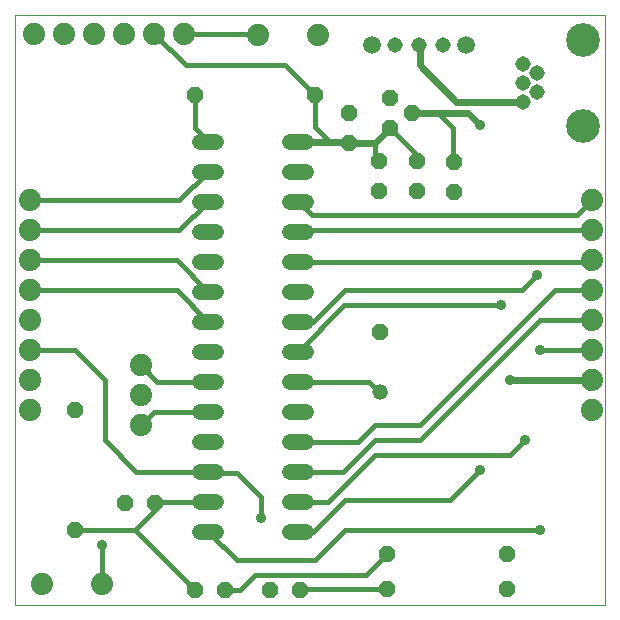
<source format=gtl>
G75*
%MOIN*%
%OFA0B0*%
%FSLAX25Y25*%
%IPPOS*%
%LPD*%
%AMOC8*
5,1,8,0,0,1.08239X$1,22.5*
%
%ADD10C,0.00000*%
%ADD11C,0.07400*%
%ADD12OC8,0.05200*%
%ADD13C,0.05150*%
%ADD14C,0.05937*%
%ADD15C,0.05200*%
%ADD16C,0.11220*%
%ADD17C,0.05200*%
%ADD18C,0.01600*%
%ADD19C,0.02400*%
%ADD20C,0.03562*%
D10*
X0011800Y0021800D02*
X0011800Y0218650D01*
X0208650Y0218650D01*
X0208650Y0021800D01*
X0011800Y0021800D01*
D11*
X0020800Y0028800D03*
X0040800Y0028800D03*
X0053800Y0081800D03*
X0053800Y0091800D03*
X0053800Y0101800D03*
X0016800Y0096800D03*
X0016800Y0086800D03*
X0016800Y0106800D03*
X0016800Y0116800D03*
X0016800Y0126800D03*
X0016800Y0136800D03*
X0016800Y0146800D03*
X0016800Y0156800D03*
X0018300Y0212300D03*
X0028300Y0212300D03*
X0038300Y0212300D03*
X0048300Y0212300D03*
X0058300Y0212300D03*
X0068300Y0212300D03*
X0092800Y0211800D03*
X0112800Y0211800D03*
X0204300Y0156800D03*
X0204300Y0146800D03*
X0204300Y0136800D03*
X0204300Y0126800D03*
X0204300Y0116800D03*
X0204300Y0106800D03*
X0204300Y0096800D03*
X0204300Y0086800D03*
D12*
X0175800Y0038800D03*
X0175800Y0027300D03*
X0135800Y0027300D03*
X0135800Y0038800D03*
X0106800Y0026800D03*
X0096800Y0026800D03*
X0081800Y0026800D03*
X0071800Y0026800D03*
X0058650Y0056036D03*
X0048650Y0056036D03*
X0031800Y0046800D03*
X0031800Y0086800D03*
X0123095Y0175950D03*
X0123095Y0185950D03*
X0111800Y0191800D03*
X0133233Y0169950D03*
X0133233Y0159950D03*
X0145800Y0159800D03*
X0145800Y0169800D03*
X0158052Y0169650D03*
X0158052Y0159650D03*
X0136800Y0180800D03*
X0144300Y0185800D03*
X0136800Y0190800D03*
X0071800Y0191800D03*
X0133414Y0112824D03*
D13*
X0181146Y0189595D03*
X0185871Y0192745D03*
X0181146Y0195894D03*
X0185871Y0199044D03*
X0181146Y0202194D03*
X0154398Y0208670D03*
X0146524Y0208670D03*
X0138650Y0208670D03*
D14*
X0130776Y0208670D03*
X0162272Y0208670D03*
D15*
X0108829Y0176367D02*
X0103629Y0176367D01*
X0103629Y0166367D02*
X0108829Y0166367D01*
X0108829Y0156367D02*
X0103629Y0156367D01*
X0103629Y0146367D02*
X0108829Y0146367D01*
X0108829Y0136367D02*
X0103629Y0136367D01*
X0103629Y0126367D02*
X0108829Y0126367D01*
X0108829Y0116367D02*
X0103629Y0116367D01*
X0103629Y0106367D02*
X0108829Y0106367D01*
X0108829Y0096367D02*
X0103629Y0096367D01*
X0103629Y0086367D02*
X0108829Y0086367D01*
X0108829Y0076367D02*
X0103629Y0076367D01*
X0103629Y0066367D02*
X0108829Y0066367D01*
X0108829Y0056367D02*
X0103629Y0056367D01*
X0103629Y0046367D02*
X0108829Y0046367D01*
X0078829Y0046367D02*
X0073629Y0046367D01*
X0073629Y0056367D02*
X0078829Y0056367D01*
X0078829Y0066367D02*
X0073629Y0066367D01*
X0073629Y0076367D02*
X0078829Y0076367D01*
X0078829Y0086367D02*
X0073629Y0086367D01*
X0073629Y0096367D02*
X0078829Y0096367D01*
X0078829Y0106367D02*
X0073629Y0106367D01*
X0073629Y0116367D02*
X0078829Y0116367D01*
X0078829Y0126367D02*
X0073629Y0126367D01*
X0073629Y0136367D02*
X0078829Y0136367D01*
X0078829Y0146367D02*
X0073629Y0146367D01*
X0073629Y0156367D02*
X0078829Y0156367D01*
X0078829Y0166367D02*
X0073629Y0166367D01*
X0073629Y0176367D02*
X0078829Y0176367D01*
D16*
X0201225Y0181524D03*
X0201225Y0210265D03*
D17*
X0133414Y0092824D03*
D18*
X0129871Y0096367D01*
X0106229Y0096367D01*
X0106229Y0106367D02*
X0121662Y0121800D01*
X0173800Y0121800D01*
X0180800Y0126800D02*
X0185800Y0131800D01*
X0191800Y0126800D02*
X0204300Y0126800D01*
X0203867Y0136367D02*
X0204300Y0136800D01*
X0203867Y0136367D02*
X0106229Y0136367D01*
X0106229Y0146367D02*
X0106662Y0146800D01*
X0204300Y0146800D01*
X0199300Y0151800D02*
X0204300Y0156800D01*
X0199300Y0151800D02*
X0110796Y0151800D01*
X0106229Y0156367D01*
X0116800Y0176367D02*
X0111800Y0181367D01*
X0111800Y0191800D01*
X0101800Y0201800D01*
X0068800Y0201800D01*
X0058300Y0212300D01*
X0068300Y0212300D02*
X0092300Y0212300D01*
X0092800Y0211800D01*
X0071800Y0191800D02*
X0071800Y0180796D01*
X0076229Y0176367D01*
X0076229Y0166367D02*
X0066662Y0156800D01*
X0016800Y0156800D01*
X0016800Y0146800D02*
X0066662Y0146800D01*
X0076229Y0156367D01*
X0065796Y0136800D02*
X0076229Y0126367D01*
X0076229Y0116367D02*
X0065796Y0126800D01*
X0016800Y0126800D01*
X0016800Y0136800D02*
X0065796Y0136800D01*
X0053800Y0101800D02*
X0059233Y0096367D01*
X0076229Y0096367D01*
X0076229Y0086367D02*
X0058367Y0086367D01*
X0053800Y0081800D01*
X0041800Y0076800D02*
X0041800Y0096800D01*
X0031800Y0106800D01*
X0016800Y0106800D01*
X0041800Y0076800D02*
X0052233Y0066367D01*
X0076229Y0066367D01*
X0076796Y0065800D01*
X0085800Y0065800D01*
X0093800Y0057800D01*
X0093800Y0050800D01*
X0106229Y0046367D02*
X0111367Y0046367D01*
X0121800Y0056800D01*
X0156800Y0056800D01*
X0166800Y0066800D01*
X0176800Y0071800D02*
X0181800Y0076800D01*
X0176800Y0071800D02*
X0131800Y0071800D01*
X0116367Y0056367D01*
X0106229Y0056367D01*
X0106229Y0066367D02*
X0121367Y0066367D01*
X0131800Y0076800D01*
X0146800Y0076800D01*
X0186800Y0116800D01*
X0204300Y0116800D01*
X0204300Y0106800D02*
X0186800Y0106800D01*
X0191800Y0126800D02*
X0146800Y0081800D01*
X0131800Y0081800D01*
X0126367Y0076367D01*
X0106229Y0076367D01*
X0121800Y0046800D02*
X0111800Y0036800D01*
X0085796Y0036800D01*
X0076229Y0046367D01*
X0076229Y0056367D02*
X0059320Y0056367D01*
X0058650Y0056036D01*
X0058650Y0053650D01*
X0051800Y0046800D01*
X0071800Y0026800D01*
X0081800Y0026800D02*
X0086800Y0026800D01*
X0091800Y0031800D01*
X0128800Y0031800D01*
X0135800Y0038800D01*
X0135800Y0027300D02*
X0107300Y0027300D01*
X0106800Y0026800D01*
X0121800Y0046800D02*
X0186800Y0046800D01*
X0180800Y0126800D02*
X0121800Y0126800D01*
X0111367Y0116367D01*
X0106229Y0116367D01*
X0133233Y0169950D02*
X0131950Y0171233D01*
X0131950Y0175950D01*
X0136800Y0180800D02*
X0145800Y0171800D01*
X0145800Y0169800D01*
X0157800Y0169902D02*
X0157800Y0180800D01*
X0152800Y0185800D01*
X0151800Y0185800D01*
X0157800Y0169902D02*
X0158052Y0169650D01*
X0051800Y0046800D02*
X0031800Y0046800D01*
X0040800Y0041800D02*
X0040800Y0028800D01*
D19*
X0176800Y0096800D02*
X0204300Y0096800D01*
X0131950Y0175950D02*
X0136800Y0180800D01*
X0131950Y0175950D02*
X0123095Y0175950D01*
X0122678Y0176367D01*
X0116800Y0176367D01*
X0106229Y0176367D01*
X0144300Y0185800D02*
X0151800Y0185800D01*
X0162800Y0185800D01*
X0166800Y0181800D01*
X0159005Y0189595D02*
X0146800Y0201800D01*
X0146800Y0208394D01*
X0146524Y0208670D01*
X0159005Y0189595D02*
X0181146Y0189595D01*
D20*
X0166800Y0181800D03*
X0185800Y0131800D03*
X0173800Y0121800D03*
X0186800Y0106800D03*
X0176800Y0096800D03*
X0181800Y0076800D03*
X0166800Y0066800D03*
X0186800Y0046800D03*
X0093800Y0050800D03*
X0040800Y0041800D03*
M02*

</source>
